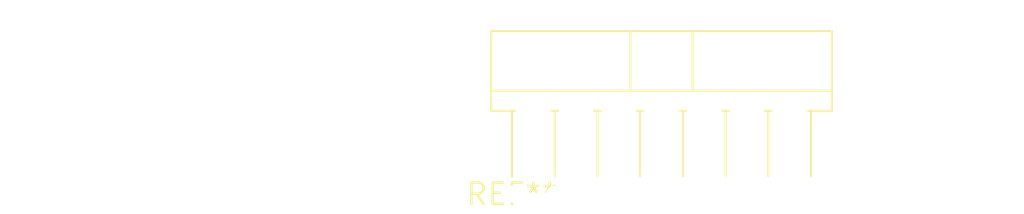
<source format=kicad_pcb>
(kicad_pcb (version 20240108) (generator pcbnew)
  (layers (0 "F.Cu" signal) (31 "B.Cu" signal) (34 "B.Paste" user) (35 "F.Paste" user) (36 "B.SilkS" user "B.Silkscreen") (37 "F.SilkS" user "F.Silkscreen") (38 "B.Mask" user) (39 "F.Mask" user) (44 "Edge.Cuts" user))
  (net 0 "")
  (footprint "TO-220F-15_P2.54x5.08mm_StaggerOdd_Lead5.08mm_Vertical" (layer "F.Cu") (at 0 0)
    (property "Reference" "REF**")
    (property "Value" "TO-220F-15_P2.54x5.08mm_StaggerOdd_Lead5.08mm_Vertical")
    (fp_line (start -1.24 -9.7) (end -1.24 -4.959) (layer "F.SilkS") (stroke (width 0.12)))
    (fp_line (start -1.24 -9.7) (end 19.02 -9.7) (layer "F.SilkS") (stroke (width 0.12)))
    (fp_line (start -1.24 -6.16) (end 19.02 -6.16) (layer "F.SilkS") (stroke (width 0.12)))
    (fp_line (start -1.24 -4.959) (end 0.205 -4.959) (layer "F.SilkS") (stroke (width 0.12)))
    (fp_line (start 0 -4.959) (end 0 -1.05) (layer "F.SilkS") (stroke (width 0.12)))
    (fp_line (start 2.336 -4.959) (end 2.745 -4.959) (layer "F.SilkS") (stroke (width 0.12)))
    (fp_line (start 2.54 -4.959) (end 2.54 -1.065) (layer "F.SilkS") (stroke (width 0.12)))
    (fp_line (start 4.875 -4.959) (end 5.285 -4.959) (layer "F.SilkS") (stroke (width 0.12)))
    (fp_line (start 5.08 -4.959) (end 5.08 -1.065) (layer "F.SilkS") (stroke (width 0.12)))
    (fp_line (start 7.041 -9.7) (end 7.041 -6.16) (layer "F.SilkS") (stroke (width 0.12)))
    (fp_line (start 7.415 -4.959) (end 7.825 -4.959) (layer "F.SilkS") (stroke (width 0.12)))
    (fp_line (start 7.62 -4.959) (end 7.62 -1.065) (layer "F.SilkS") (stroke (width 0.12)))
    (fp_line (start 9.955 -4.959) (end 10.365 -4.959) (layer "F.SilkS") (stroke (width 0.12)))
    (fp_line (start 10.16 -4.959) (end 10.16 -1.065) (layer "F.SilkS") (stroke (width 0.12)))
    (fp_line (start 10.74 -9.7) (end 10.74 -6.16) (layer "F.SilkS") (stroke (width 0.12)))
    (fp_line (start 12.495 -4.959) (end 12.905 -4.959) (layer "F.SilkS") (stroke (width 0.12)))
    (fp_line (start 12.7 -4.959) (end 12.7 -1.065) (layer "F.SilkS") (stroke (width 0.12)))
    (fp_line (start 15.035 -4.959) (end 15.445 -4.959) (layer "F.SilkS") (stroke (width 0.12)))
    (fp_line (start 15.24 -4.959) (end 15.24 -1.065) (layer "F.SilkS") (stroke (width 0.12)))
    (fp_line (start 17.575 -4.959) (end 19.02 -4.959) (layer "F.SilkS") (stroke (width 0.12)))
    (fp_line (start 17.78 -4.959) (end 17.78 -1.065) (layer "F.SilkS") (stroke (width 0.12)))
    (fp_line (start 19.02 -9.7) (end 19.02 -4.959) (layer "F.SilkS") (stroke (width 0.12)))
    (pad "1" thru_hole rect (at 0 0) (size 1.8 1.8) (drill 1) (layers *.Cu *.Mask) (remove_unused_layers))
    (pad "2" thru_hole oval (at 1.27 -5.08) (size 1.8 1.8) (drill 1) (layers *.Cu *.Mask) (remove_unused_layers))
    (pad "3" thru_hole oval (at 2.54 0) (size 1.8 1.8) (drill 1) (layers *.Cu *.Mask) (remove_unused_layers))
    (pad "4" thru_hole oval (at 3.81 -5.08) (size 1.8 1.8) (drill 1) (layers *.Cu *.Mask) (remove_unused_layers))
    (pad "5" thru_hole oval (at 5.08 0) (size 1.8 1.8) (drill 1) (layers *.Cu *.Mask) (remove_unused_layers))
    (pad "6" thru_hole oval (at 6.35 -5.08) (size 1.8 1.8) (drill 1) (layers *.Cu *.Mask) (remove_unused_layers))
    (pad "7" thru_hole oval (at 7.62 0) (size 1.8 1.8) (drill 1) (layers *.Cu *.Mask) (remove_unused_layers))
    (pad "8" thru_hole oval (at 8.89 -5.08) (size 1.8 1.8) (drill 1) (layers *.Cu *.Mask) (remove_unused_layers))
    (pad "9" thru_hole oval (at 10.16 0) (size 1.8 1.8) (drill 1) (layers *.Cu *.Mask) (remove_unused_layers))
    (pad "10" thru_hole oval (at 11.43 -5.08) (size 1.8 1.8) (drill 1) (layers *.Cu *.Mask) (remove_unused_layers))
    (pad "11" thru_hole oval (at 12.7 0) (size 1.8 1.8) (drill 1) (layers *.Cu *.Mask) (remove_unused_layers))
    (pad "12" thru_hole oval (at 13.97 -5.08) (size 1.8 1.8) (drill 1) (layers *.Cu *.Mask) (remove_unused_layers))
    (pad "13" thru_hole oval (at 15.24 0) (size 1.8 1.8) (drill 1) (layers *.Cu *.Mask) (remove_unused_layers))
    (pad "14" thru_hole oval (at 16.51 -5.08) (size 1.8 1.8) (drill 1) (layers *.Cu *.Mask) (remove_unused_layers))
    (pad "15" thru_hole oval (at 17.78 0) (size 1.8 1.8) (drill 1) (layers *.Cu *.Mask) (remove_unused_layers))
  )
)
</source>
